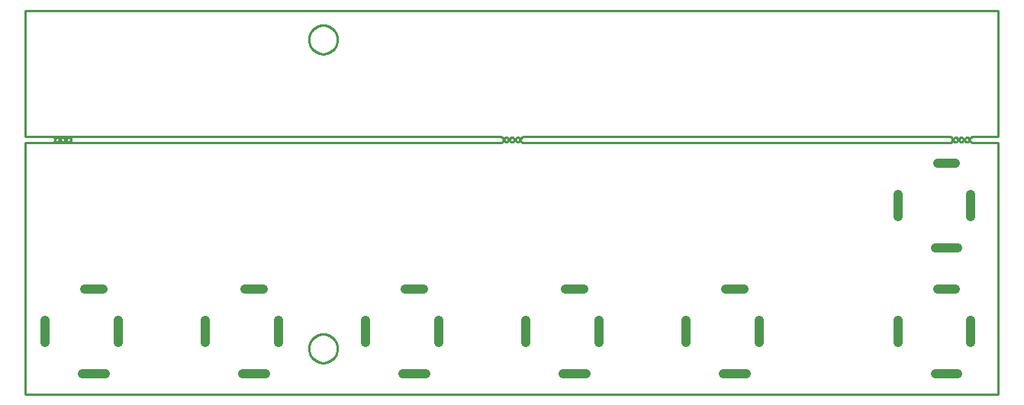
<source format=gko>
G04 EAGLE Gerber RS-274X export*
G75*
%MOMM*%
%FSLAX34Y34*%
%LPD*%
%INBoard Outline*%
%IPPOS*%
%AMOC8*
5,1,8,0,0,1.08239X$1,22.5*%
G01*
%ADD10C,0.000000*%
%ADD11C,1.000000*%
%ADD12C,0.254000*%


D10*
X1079500Y0D02*
X1079500Y279400D01*
X1050925Y279400D01*
X1025525Y279400D02*
X552450Y279400D01*
X527050Y279400D02*
X0Y279400D01*
X0Y0D01*
X1079500Y0D01*
X1079500Y285750D02*
X1050925Y285750D01*
X1025525Y285750D02*
X552450Y285750D01*
X527050Y285750D02*
X53975Y285750D01*
X28575Y285750D01*
X0Y285750D01*
X0Y425450D02*
X1079500Y425450D01*
X0Y425450D02*
X0Y285750D01*
X1079500Y285750D02*
X1079500Y425450D01*
X314325Y393700D02*
X314330Y394090D01*
X314344Y394479D01*
X314368Y394868D01*
X314401Y395256D01*
X314444Y395643D01*
X314497Y396029D01*
X314559Y396414D01*
X314630Y396797D01*
X314711Y397178D01*
X314801Y397557D01*
X314900Y397934D01*
X315009Y398308D01*
X315126Y398680D01*
X315253Y399048D01*
X315389Y399413D01*
X315533Y399775D01*
X315687Y400133D01*
X315849Y400487D01*
X316020Y400838D01*
X316199Y401183D01*
X316387Y401525D01*
X316584Y401861D01*
X316788Y402193D01*
X317000Y402520D01*
X317221Y402841D01*
X317449Y403157D01*
X317685Y403467D01*
X317928Y403771D01*
X318179Y404069D01*
X318437Y404361D01*
X318703Y404646D01*
X318975Y404925D01*
X319254Y405197D01*
X319539Y405463D01*
X319831Y405721D01*
X320129Y405972D01*
X320433Y406215D01*
X320743Y406451D01*
X321059Y406679D01*
X321380Y406900D01*
X321707Y407112D01*
X322039Y407316D01*
X322375Y407513D01*
X322717Y407701D01*
X323062Y407880D01*
X323413Y408051D01*
X323767Y408213D01*
X324125Y408367D01*
X324487Y408511D01*
X324852Y408647D01*
X325220Y408774D01*
X325592Y408891D01*
X325966Y409000D01*
X326343Y409099D01*
X326722Y409189D01*
X327103Y409270D01*
X327486Y409341D01*
X327871Y409403D01*
X328257Y409456D01*
X328644Y409499D01*
X329032Y409532D01*
X329421Y409556D01*
X329810Y409570D01*
X330200Y409575D01*
X330590Y409570D01*
X330979Y409556D01*
X331368Y409532D01*
X331756Y409499D01*
X332143Y409456D01*
X332529Y409403D01*
X332914Y409341D01*
X333297Y409270D01*
X333678Y409189D01*
X334057Y409099D01*
X334434Y409000D01*
X334808Y408891D01*
X335180Y408774D01*
X335548Y408647D01*
X335913Y408511D01*
X336275Y408367D01*
X336633Y408213D01*
X336987Y408051D01*
X337338Y407880D01*
X337683Y407701D01*
X338025Y407513D01*
X338361Y407316D01*
X338693Y407112D01*
X339020Y406900D01*
X339341Y406679D01*
X339657Y406451D01*
X339967Y406215D01*
X340271Y405972D01*
X340569Y405721D01*
X340861Y405463D01*
X341146Y405197D01*
X341425Y404925D01*
X341697Y404646D01*
X341963Y404361D01*
X342221Y404069D01*
X342472Y403771D01*
X342715Y403467D01*
X342951Y403157D01*
X343179Y402841D01*
X343400Y402520D01*
X343612Y402193D01*
X343816Y401861D01*
X344013Y401525D01*
X344201Y401183D01*
X344380Y400838D01*
X344551Y400487D01*
X344713Y400133D01*
X344867Y399775D01*
X345011Y399413D01*
X345147Y399048D01*
X345274Y398680D01*
X345391Y398308D01*
X345500Y397934D01*
X345599Y397557D01*
X345689Y397178D01*
X345770Y396797D01*
X345841Y396414D01*
X345903Y396029D01*
X345956Y395643D01*
X345999Y395256D01*
X346032Y394868D01*
X346056Y394479D01*
X346070Y394090D01*
X346075Y393700D01*
X346070Y393310D01*
X346056Y392921D01*
X346032Y392532D01*
X345999Y392144D01*
X345956Y391757D01*
X345903Y391371D01*
X345841Y390986D01*
X345770Y390603D01*
X345689Y390222D01*
X345599Y389843D01*
X345500Y389466D01*
X345391Y389092D01*
X345274Y388720D01*
X345147Y388352D01*
X345011Y387987D01*
X344867Y387625D01*
X344713Y387267D01*
X344551Y386913D01*
X344380Y386562D01*
X344201Y386217D01*
X344013Y385875D01*
X343816Y385539D01*
X343612Y385207D01*
X343400Y384880D01*
X343179Y384559D01*
X342951Y384243D01*
X342715Y383933D01*
X342472Y383629D01*
X342221Y383331D01*
X341963Y383039D01*
X341697Y382754D01*
X341425Y382475D01*
X341146Y382203D01*
X340861Y381937D01*
X340569Y381679D01*
X340271Y381428D01*
X339967Y381185D01*
X339657Y380949D01*
X339341Y380721D01*
X339020Y380500D01*
X338693Y380288D01*
X338361Y380084D01*
X338025Y379887D01*
X337683Y379699D01*
X337338Y379520D01*
X336987Y379349D01*
X336633Y379187D01*
X336275Y379033D01*
X335913Y378889D01*
X335548Y378753D01*
X335180Y378626D01*
X334808Y378509D01*
X334434Y378400D01*
X334057Y378301D01*
X333678Y378211D01*
X333297Y378130D01*
X332914Y378059D01*
X332529Y377997D01*
X332143Y377944D01*
X331756Y377901D01*
X331368Y377868D01*
X330979Y377844D01*
X330590Y377830D01*
X330200Y377825D01*
X329810Y377830D01*
X329421Y377844D01*
X329032Y377868D01*
X328644Y377901D01*
X328257Y377944D01*
X327871Y377997D01*
X327486Y378059D01*
X327103Y378130D01*
X326722Y378211D01*
X326343Y378301D01*
X325966Y378400D01*
X325592Y378509D01*
X325220Y378626D01*
X324852Y378753D01*
X324487Y378889D01*
X324125Y379033D01*
X323767Y379187D01*
X323413Y379349D01*
X323062Y379520D01*
X322717Y379699D01*
X322375Y379887D01*
X322039Y380084D01*
X321707Y380288D01*
X321380Y380500D01*
X321059Y380721D01*
X320743Y380949D01*
X320433Y381185D01*
X320129Y381428D01*
X319831Y381679D01*
X319539Y381937D01*
X319254Y382203D01*
X318975Y382475D01*
X318703Y382754D01*
X318437Y383039D01*
X318179Y383331D01*
X317928Y383629D01*
X317685Y383933D01*
X317449Y384243D01*
X317221Y384559D01*
X317000Y384880D01*
X316788Y385207D01*
X316584Y385539D01*
X316387Y385875D01*
X316199Y386217D01*
X316020Y386562D01*
X315849Y386913D01*
X315687Y387267D01*
X315533Y387625D01*
X315389Y387987D01*
X315253Y388352D01*
X315126Y388720D01*
X315009Y389092D01*
X314900Y389466D01*
X314801Y389843D01*
X314711Y390222D01*
X314630Y390603D01*
X314559Y390986D01*
X314497Y391371D01*
X314444Y391757D01*
X314401Y392144D01*
X314368Y392532D01*
X314344Y392921D01*
X314330Y393310D01*
X314325Y393700D01*
X314325Y50800D02*
X314330Y51190D01*
X314344Y51579D01*
X314368Y51968D01*
X314401Y52356D01*
X314444Y52743D01*
X314497Y53129D01*
X314559Y53514D01*
X314630Y53897D01*
X314711Y54278D01*
X314801Y54657D01*
X314900Y55034D01*
X315009Y55408D01*
X315126Y55780D01*
X315253Y56148D01*
X315389Y56513D01*
X315533Y56875D01*
X315687Y57233D01*
X315849Y57587D01*
X316020Y57938D01*
X316199Y58283D01*
X316387Y58625D01*
X316584Y58961D01*
X316788Y59293D01*
X317000Y59620D01*
X317221Y59941D01*
X317449Y60257D01*
X317685Y60567D01*
X317928Y60871D01*
X318179Y61169D01*
X318437Y61461D01*
X318703Y61746D01*
X318975Y62025D01*
X319254Y62297D01*
X319539Y62563D01*
X319831Y62821D01*
X320129Y63072D01*
X320433Y63315D01*
X320743Y63551D01*
X321059Y63779D01*
X321380Y64000D01*
X321707Y64212D01*
X322039Y64416D01*
X322375Y64613D01*
X322717Y64801D01*
X323062Y64980D01*
X323413Y65151D01*
X323767Y65313D01*
X324125Y65467D01*
X324487Y65611D01*
X324852Y65747D01*
X325220Y65874D01*
X325592Y65991D01*
X325966Y66100D01*
X326343Y66199D01*
X326722Y66289D01*
X327103Y66370D01*
X327486Y66441D01*
X327871Y66503D01*
X328257Y66556D01*
X328644Y66599D01*
X329032Y66632D01*
X329421Y66656D01*
X329810Y66670D01*
X330200Y66675D01*
X330590Y66670D01*
X330979Y66656D01*
X331368Y66632D01*
X331756Y66599D01*
X332143Y66556D01*
X332529Y66503D01*
X332914Y66441D01*
X333297Y66370D01*
X333678Y66289D01*
X334057Y66199D01*
X334434Y66100D01*
X334808Y65991D01*
X335180Y65874D01*
X335548Y65747D01*
X335913Y65611D01*
X336275Y65467D01*
X336633Y65313D01*
X336987Y65151D01*
X337338Y64980D01*
X337683Y64801D01*
X338025Y64613D01*
X338361Y64416D01*
X338693Y64212D01*
X339020Y64000D01*
X339341Y63779D01*
X339657Y63551D01*
X339967Y63315D01*
X340271Y63072D01*
X340569Y62821D01*
X340861Y62563D01*
X341146Y62297D01*
X341425Y62025D01*
X341697Y61746D01*
X341963Y61461D01*
X342221Y61169D01*
X342472Y60871D01*
X342715Y60567D01*
X342951Y60257D01*
X343179Y59941D01*
X343400Y59620D01*
X343612Y59293D01*
X343816Y58961D01*
X344013Y58625D01*
X344201Y58283D01*
X344380Y57938D01*
X344551Y57587D01*
X344713Y57233D01*
X344867Y56875D01*
X345011Y56513D01*
X345147Y56148D01*
X345274Y55780D01*
X345391Y55408D01*
X345500Y55034D01*
X345599Y54657D01*
X345689Y54278D01*
X345770Y53897D01*
X345841Y53514D01*
X345903Y53129D01*
X345956Y52743D01*
X345999Y52356D01*
X346032Y51968D01*
X346056Y51579D01*
X346070Y51190D01*
X346075Y50800D01*
X346070Y50410D01*
X346056Y50021D01*
X346032Y49632D01*
X345999Y49244D01*
X345956Y48857D01*
X345903Y48471D01*
X345841Y48086D01*
X345770Y47703D01*
X345689Y47322D01*
X345599Y46943D01*
X345500Y46566D01*
X345391Y46192D01*
X345274Y45820D01*
X345147Y45452D01*
X345011Y45087D01*
X344867Y44725D01*
X344713Y44367D01*
X344551Y44013D01*
X344380Y43662D01*
X344201Y43317D01*
X344013Y42975D01*
X343816Y42639D01*
X343612Y42307D01*
X343400Y41980D01*
X343179Y41659D01*
X342951Y41343D01*
X342715Y41033D01*
X342472Y40729D01*
X342221Y40431D01*
X341963Y40139D01*
X341697Y39854D01*
X341425Y39575D01*
X341146Y39303D01*
X340861Y39037D01*
X340569Y38779D01*
X340271Y38528D01*
X339967Y38285D01*
X339657Y38049D01*
X339341Y37821D01*
X339020Y37600D01*
X338693Y37388D01*
X338361Y37184D01*
X338025Y36987D01*
X337683Y36799D01*
X337338Y36620D01*
X336987Y36449D01*
X336633Y36287D01*
X336275Y36133D01*
X335913Y35989D01*
X335548Y35853D01*
X335180Y35726D01*
X334808Y35609D01*
X334434Y35500D01*
X334057Y35401D01*
X333678Y35311D01*
X333297Y35230D01*
X332914Y35159D01*
X332529Y35097D01*
X332143Y35044D01*
X331756Y35001D01*
X331368Y34968D01*
X330979Y34944D01*
X330590Y34930D01*
X330200Y34925D01*
X329810Y34930D01*
X329421Y34944D01*
X329032Y34968D01*
X328644Y35001D01*
X328257Y35044D01*
X327871Y35097D01*
X327486Y35159D01*
X327103Y35230D01*
X326722Y35311D01*
X326343Y35401D01*
X325966Y35500D01*
X325592Y35609D01*
X325220Y35726D01*
X324852Y35853D01*
X324487Y35989D01*
X324125Y36133D01*
X323767Y36287D01*
X323413Y36449D01*
X323062Y36620D01*
X322717Y36799D01*
X322375Y36987D01*
X322039Y37184D01*
X321707Y37388D01*
X321380Y37600D01*
X321059Y37821D01*
X320743Y38049D01*
X320433Y38285D01*
X320129Y38528D01*
X319831Y38779D01*
X319539Y39037D01*
X319254Y39303D01*
X318975Y39575D01*
X318703Y39854D01*
X318437Y40139D01*
X318179Y40431D01*
X317928Y40729D01*
X317685Y41033D01*
X317449Y41343D01*
X317221Y41659D01*
X317000Y41980D01*
X316788Y42307D01*
X316584Y42639D01*
X316387Y42975D01*
X316199Y43317D01*
X316020Y43662D01*
X315849Y44013D01*
X315687Y44367D01*
X315533Y44725D01*
X315389Y45087D01*
X315253Y45452D01*
X315126Y45820D01*
X315009Y46192D01*
X314900Y46566D01*
X314801Y46943D01*
X314711Y47322D01*
X314630Y47703D01*
X314559Y48086D01*
X314497Y48471D01*
X314444Y48857D01*
X314401Y49244D01*
X314368Y49632D01*
X314344Y50021D01*
X314330Y50410D01*
X314325Y50800D01*
X32425Y282575D02*
X32427Y282674D01*
X32433Y282774D01*
X32443Y282873D01*
X32457Y282971D01*
X32474Y283069D01*
X32496Y283166D01*
X32521Y283262D01*
X32550Y283357D01*
X32583Y283451D01*
X32620Y283543D01*
X32660Y283634D01*
X32704Y283723D01*
X32752Y283811D01*
X32803Y283896D01*
X32857Y283979D01*
X32914Y284061D01*
X32975Y284139D01*
X33039Y284216D01*
X33105Y284289D01*
X33175Y284360D01*
X33247Y284428D01*
X33322Y284494D01*
X33400Y284556D01*
X33480Y284615D01*
X33562Y284671D01*
X33646Y284723D01*
X33733Y284772D01*
X33821Y284818D01*
X33911Y284860D01*
X34003Y284899D01*
X34096Y284934D01*
X34190Y284965D01*
X34286Y284992D01*
X34383Y285015D01*
X34480Y285035D01*
X34578Y285051D01*
X34677Y285063D01*
X34776Y285071D01*
X34875Y285075D01*
X34975Y285075D01*
X35074Y285071D01*
X35173Y285063D01*
X35272Y285051D01*
X35370Y285035D01*
X35467Y285015D01*
X35564Y284992D01*
X35660Y284965D01*
X35754Y284934D01*
X35847Y284899D01*
X35939Y284860D01*
X36029Y284818D01*
X36117Y284772D01*
X36204Y284723D01*
X36288Y284671D01*
X36370Y284615D01*
X36450Y284556D01*
X36528Y284494D01*
X36603Y284428D01*
X36675Y284360D01*
X36745Y284289D01*
X36811Y284216D01*
X36875Y284139D01*
X36936Y284061D01*
X36993Y283979D01*
X37047Y283896D01*
X37098Y283811D01*
X37146Y283723D01*
X37190Y283634D01*
X37230Y283543D01*
X37267Y283451D01*
X37300Y283357D01*
X37329Y283262D01*
X37354Y283166D01*
X37376Y283069D01*
X37393Y282971D01*
X37407Y282873D01*
X37417Y282774D01*
X37423Y282674D01*
X37425Y282575D01*
X37423Y282476D01*
X37417Y282376D01*
X37407Y282277D01*
X37393Y282179D01*
X37376Y282081D01*
X37354Y281984D01*
X37329Y281888D01*
X37300Y281793D01*
X37267Y281699D01*
X37230Y281607D01*
X37190Y281516D01*
X37146Y281427D01*
X37098Y281339D01*
X37047Y281254D01*
X36993Y281171D01*
X36936Y281089D01*
X36875Y281011D01*
X36811Y280934D01*
X36745Y280861D01*
X36675Y280790D01*
X36603Y280722D01*
X36528Y280656D01*
X36450Y280594D01*
X36370Y280535D01*
X36288Y280479D01*
X36204Y280427D01*
X36117Y280378D01*
X36029Y280332D01*
X35939Y280290D01*
X35847Y280251D01*
X35754Y280216D01*
X35660Y280185D01*
X35564Y280158D01*
X35467Y280135D01*
X35370Y280115D01*
X35272Y280099D01*
X35173Y280087D01*
X35074Y280079D01*
X34975Y280075D01*
X34875Y280075D01*
X34776Y280079D01*
X34677Y280087D01*
X34578Y280099D01*
X34480Y280115D01*
X34383Y280135D01*
X34286Y280158D01*
X34190Y280185D01*
X34096Y280216D01*
X34003Y280251D01*
X33911Y280290D01*
X33821Y280332D01*
X33733Y280378D01*
X33646Y280427D01*
X33562Y280479D01*
X33480Y280535D01*
X33400Y280594D01*
X33322Y280656D01*
X33247Y280722D01*
X33175Y280790D01*
X33105Y280861D01*
X33039Y280934D01*
X32975Y281011D01*
X32914Y281089D01*
X32857Y281171D01*
X32803Y281254D01*
X32752Y281339D01*
X32704Y281427D01*
X32660Y281516D01*
X32620Y281607D01*
X32583Y281699D01*
X32550Y281793D01*
X32521Y281888D01*
X32496Y281984D01*
X32474Y282081D01*
X32457Y282179D01*
X32443Y282277D01*
X32433Y282376D01*
X32427Y282476D01*
X32425Y282575D01*
X38775Y282575D02*
X38777Y282674D01*
X38783Y282774D01*
X38793Y282873D01*
X38807Y282971D01*
X38824Y283069D01*
X38846Y283166D01*
X38871Y283262D01*
X38900Y283357D01*
X38933Y283451D01*
X38970Y283543D01*
X39010Y283634D01*
X39054Y283723D01*
X39102Y283811D01*
X39153Y283896D01*
X39207Y283979D01*
X39264Y284061D01*
X39325Y284139D01*
X39389Y284216D01*
X39455Y284289D01*
X39525Y284360D01*
X39597Y284428D01*
X39672Y284494D01*
X39750Y284556D01*
X39830Y284615D01*
X39912Y284671D01*
X39996Y284723D01*
X40083Y284772D01*
X40171Y284818D01*
X40261Y284860D01*
X40353Y284899D01*
X40446Y284934D01*
X40540Y284965D01*
X40636Y284992D01*
X40733Y285015D01*
X40830Y285035D01*
X40928Y285051D01*
X41027Y285063D01*
X41126Y285071D01*
X41225Y285075D01*
X41325Y285075D01*
X41424Y285071D01*
X41523Y285063D01*
X41622Y285051D01*
X41720Y285035D01*
X41817Y285015D01*
X41914Y284992D01*
X42010Y284965D01*
X42104Y284934D01*
X42197Y284899D01*
X42289Y284860D01*
X42379Y284818D01*
X42467Y284772D01*
X42554Y284723D01*
X42638Y284671D01*
X42720Y284615D01*
X42800Y284556D01*
X42878Y284494D01*
X42953Y284428D01*
X43025Y284360D01*
X43095Y284289D01*
X43161Y284216D01*
X43225Y284139D01*
X43286Y284061D01*
X43343Y283979D01*
X43397Y283896D01*
X43448Y283811D01*
X43496Y283723D01*
X43540Y283634D01*
X43580Y283543D01*
X43617Y283451D01*
X43650Y283357D01*
X43679Y283262D01*
X43704Y283166D01*
X43726Y283069D01*
X43743Y282971D01*
X43757Y282873D01*
X43767Y282774D01*
X43773Y282674D01*
X43775Y282575D01*
X43773Y282476D01*
X43767Y282376D01*
X43757Y282277D01*
X43743Y282179D01*
X43726Y282081D01*
X43704Y281984D01*
X43679Y281888D01*
X43650Y281793D01*
X43617Y281699D01*
X43580Y281607D01*
X43540Y281516D01*
X43496Y281427D01*
X43448Y281339D01*
X43397Y281254D01*
X43343Y281171D01*
X43286Y281089D01*
X43225Y281011D01*
X43161Y280934D01*
X43095Y280861D01*
X43025Y280790D01*
X42953Y280722D01*
X42878Y280656D01*
X42800Y280594D01*
X42720Y280535D01*
X42638Y280479D01*
X42554Y280427D01*
X42467Y280378D01*
X42379Y280332D01*
X42289Y280290D01*
X42197Y280251D01*
X42104Y280216D01*
X42010Y280185D01*
X41914Y280158D01*
X41817Y280135D01*
X41720Y280115D01*
X41622Y280099D01*
X41523Y280087D01*
X41424Y280079D01*
X41325Y280075D01*
X41225Y280075D01*
X41126Y280079D01*
X41027Y280087D01*
X40928Y280099D01*
X40830Y280115D01*
X40733Y280135D01*
X40636Y280158D01*
X40540Y280185D01*
X40446Y280216D01*
X40353Y280251D01*
X40261Y280290D01*
X40171Y280332D01*
X40083Y280378D01*
X39996Y280427D01*
X39912Y280479D01*
X39830Y280535D01*
X39750Y280594D01*
X39672Y280656D01*
X39597Y280722D01*
X39525Y280790D01*
X39455Y280861D01*
X39389Y280934D01*
X39325Y281011D01*
X39264Y281089D01*
X39207Y281171D01*
X39153Y281254D01*
X39102Y281339D01*
X39054Y281427D01*
X39010Y281516D01*
X38970Y281607D01*
X38933Y281699D01*
X38900Y281793D01*
X38871Y281888D01*
X38846Y281984D01*
X38824Y282081D01*
X38807Y282179D01*
X38793Y282277D01*
X38783Y282376D01*
X38777Y282476D01*
X38775Y282575D01*
X45125Y282575D02*
X45127Y282674D01*
X45133Y282774D01*
X45143Y282873D01*
X45157Y282971D01*
X45174Y283069D01*
X45196Y283166D01*
X45221Y283262D01*
X45250Y283357D01*
X45283Y283451D01*
X45320Y283543D01*
X45360Y283634D01*
X45404Y283723D01*
X45452Y283811D01*
X45503Y283896D01*
X45557Y283979D01*
X45614Y284061D01*
X45675Y284139D01*
X45739Y284216D01*
X45805Y284289D01*
X45875Y284360D01*
X45947Y284428D01*
X46022Y284494D01*
X46100Y284556D01*
X46180Y284615D01*
X46262Y284671D01*
X46346Y284723D01*
X46433Y284772D01*
X46521Y284818D01*
X46611Y284860D01*
X46703Y284899D01*
X46796Y284934D01*
X46890Y284965D01*
X46986Y284992D01*
X47083Y285015D01*
X47180Y285035D01*
X47278Y285051D01*
X47377Y285063D01*
X47476Y285071D01*
X47575Y285075D01*
X47675Y285075D01*
X47774Y285071D01*
X47873Y285063D01*
X47972Y285051D01*
X48070Y285035D01*
X48167Y285015D01*
X48264Y284992D01*
X48360Y284965D01*
X48454Y284934D01*
X48547Y284899D01*
X48639Y284860D01*
X48729Y284818D01*
X48817Y284772D01*
X48904Y284723D01*
X48988Y284671D01*
X49070Y284615D01*
X49150Y284556D01*
X49228Y284494D01*
X49303Y284428D01*
X49375Y284360D01*
X49445Y284289D01*
X49511Y284216D01*
X49575Y284139D01*
X49636Y284061D01*
X49693Y283979D01*
X49747Y283896D01*
X49798Y283811D01*
X49846Y283723D01*
X49890Y283634D01*
X49930Y283543D01*
X49967Y283451D01*
X50000Y283357D01*
X50029Y283262D01*
X50054Y283166D01*
X50076Y283069D01*
X50093Y282971D01*
X50107Y282873D01*
X50117Y282774D01*
X50123Y282674D01*
X50125Y282575D01*
X50123Y282476D01*
X50117Y282376D01*
X50107Y282277D01*
X50093Y282179D01*
X50076Y282081D01*
X50054Y281984D01*
X50029Y281888D01*
X50000Y281793D01*
X49967Y281699D01*
X49930Y281607D01*
X49890Y281516D01*
X49846Y281427D01*
X49798Y281339D01*
X49747Y281254D01*
X49693Y281171D01*
X49636Y281089D01*
X49575Y281011D01*
X49511Y280934D01*
X49445Y280861D01*
X49375Y280790D01*
X49303Y280722D01*
X49228Y280656D01*
X49150Y280594D01*
X49070Y280535D01*
X48988Y280479D01*
X48904Y280427D01*
X48817Y280378D01*
X48729Y280332D01*
X48639Y280290D01*
X48547Y280251D01*
X48454Y280216D01*
X48360Y280185D01*
X48264Y280158D01*
X48167Y280135D01*
X48070Y280115D01*
X47972Y280099D01*
X47873Y280087D01*
X47774Y280079D01*
X47675Y280075D01*
X47575Y280075D01*
X47476Y280079D01*
X47377Y280087D01*
X47278Y280099D01*
X47180Y280115D01*
X47083Y280135D01*
X46986Y280158D01*
X46890Y280185D01*
X46796Y280216D01*
X46703Y280251D01*
X46611Y280290D01*
X46521Y280332D01*
X46433Y280378D01*
X46346Y280427D01*
X46262Y280479D01*
X46180Y280535D01*
X46100Y280594D01*
X46022Y280656D01*
X45947Y280722D01*
X45875Y280790D01*
X45805Y280861D01*
X45739Y280934D01*
X45675Y281011D01*
X45614Y281089D01*
X45557Y281171D01*
X45503Y281254D01*
X45452Y281339D01*
X45404Y281427D01*
X45360Y281516D01*
X45320Y281607D01*
X45283Y281699D01*
X45250Y281793D01*
X45221Y281888D01*
X45196Y281984D01*
X45174Y282081D01*
X45157Y282179D01*
X45143Y282277D01*
X45133Y282376D01*
X45127Y282476D01*
X45125Y282575D01*
X31750Y282575D02*
X31748Y282686D01*
X31742Y282796D01*
X31733Y282907D01*
X31719Y283017D01*
X31702Y283126D01*
X31681Y283235D01*
X31656Y283343D01*
X31627Y283450D01*
X31595Y283556D01*
X31559Y283661D01*
X31519Y283764D01*
X31476Y283866D01*
X31429Y283967D01*
X31378Y284066D01*
X31325Y284163D01*
X31268Y284257D01*
X31207Y284350D01*
X31144Y284441D01*
X31077Y284530D01*
X31007Y284616D01*
X30934Y284699D01*
X30859Y284781D01*
X30781Y284859D01*
X30699Y284934D01*
X30616Y285007D01*
X30530Y285077D01*
X30441Y285144D01*
X30350Y285207D01*
X30257Y285268D01*
X30163Y285325D01*
X30066Y285378D01*
X29967Y285429D01*
X29866Y285476D01*
X29764Y285519D01*
X29661Y285559D01*
X29556Y285595D01*
X29450Y285627D01*
X29343Y285656D01*
X29235Y285681D01*
X29126Y285702D01*
X29017Y285719D01*
X28907Y285733D01*
X28796Y285742D01*
X28686Y285748D01*
X28575Y285750D01*
X28575Y279400D02*
X25400Y279400D01*
X28575Y279400D02*
X28686Y279402D01*
X28796Y279408D01*
X28907Y279417D01*
X29017Y279431D01*
X29126Y279448D01*
X29235Y279469D01*
X29343Y279494D01*
X29450Y279523D01*
X29556Y279555D01*
X29661Y279591D01*
X29764Y279631D01*
X29866Y279674D01*
X29967Y279721D01*
X30066Y279772D01*
X30162Y279825D01*
X30257Y279882D01*
X30350Y279943D01*
X30441Y280006D01*
X30530Y280073D01*
X30616Y280143D01*
X30699Y280216D01*
X30781Y280291D01*
X30859Y280369D01*
X30934Y280451D01*
X31007Y280534D01*
X31077Y280620D01*
X31144Y280709D01*
X31207Y280800D01*
X31268Y280893D01*
X31325Y280987D01*
X31378Y281084D01*
X31429Y281183D01*
X31476Y281284D01*
X31519Y281386D01*
X31559Y281489D01*
X31595Y281594D01*
X31627Y281700D01*
X31656Y281807D01*
X31681Y281915D01*
X31702Y282024D01*
X31719Y282133D01*
X31733Y282243D01*
X31742Y282354D01*
X31748Y282464D01*
X31750Y282575D01*
X50800Y282575D02*
X50802Y282686D01*
X50808Y282796D01*
X50817Y282907D01*
X50831Y283017D01*
X50848Y283126D01*
X50869Y283235D01*
X50894Y283343D01*
X50923Y283450D01*
X50955Y283556D01*
X50991Y283661D01*
X51031Y283764D01*
X51074Y283866D01*
X51121Y283967D01*
X51172Y284066D01*
X51225Y284163D01*
X51282Y284257D01*
X51343Y284350D01*
X51406Y284441D01*
X51473Y284530D01*
X51543Y284616D01*
X51616Y284699D01*
X51691Y284781D01*
X51769Y284859D01*
X51851Y284934D01*
X51934Y285007D01*
X52020Y285077D01*
X52109Y285144D01*
X52200Y285207D01*
X52293Y285268D01*
X52388Y285325D01*
X52484Y285378D01*
X52583Y285429D01*
X52684Y285476D01*
X52786Y285519D01*
X52889Y285559D01*
X52994Y285595D01*
X53100Y285627D01*
X53207Y285656D01*
X53315Y285681D01*
X53424Y285702D01*
X53533Y285719D01*
X53643Y285733D01*
X53754Y285742D01*
X53864Y285748D01*
X53975Y285750D01*
X53975Y279400D02*
X57150Y279400D01*
X53975Y279400D02*
X53864Y279402D01*
X53754Y279408D01*
X53643Y279417D01*
X53533Y279431D01*
X53424Y279448D01*
X53315Y279469D01*
X53207Y279494D01*
X53100Y279523D01*
X52994Y279555D01*
X52889Y279591D01*
X52786Y279631D01*
X52684Y279674D01*
X52583Y279721D01*
X52484Y279772D01*
X52387Y279825D01*
X52293Y279882D01*
X52200Y279943D01*
X52109Y280006D01*
X52020Y280073D01*
X51934Y280143D01*
X51851Y280216D01*
X51769Y280291D01*
X51691Y280369D01*
X51616Y280451D01*
X51543Y280534D01*
X51473Y280620D01*
X51406Y280709D01*
X51343Y280800D01*
X51282Y280893D01*
X51225Y280988D01*
X51172Y281084D01*
X51121Y281183D01*
X51074Y281284D01*
X51031Y281386D01*
X50991Y281489D01*
X50955Y281594D01*
X50923Y281700D01*
X50894Y281807D01*
X50869Y281915D01*
X50848Y282024D01*
X50831Y282133D01*
X50817Y282243D01*
X50808Y282354D01*
X50802Y282464D01*
X50800Y282575D01*
X1042075Y282575D02*
X1042077Y282674D01*
X1042083Y282774D01*
X1042093Y282873D01*
X1042107Y282971D01*
X1042124Y283069D01*
X1042146Y283166D01*
X1042171Y283262D01*
X1042200Y283357D01*
X1042233Y283451D01*
X1042270Y283543D01*
X1042310Y283634D01*
X1042354Y283723D01*
X1042402Y283811D01*
X1042453Y283896D01*
X1042507Y283979D01*
X1042564Y284061D01*
X1042625Y284139D01*
X1042689Y284216D01*
X1042755Y284289D01*
X1042825Y284360D01*
X1042897Y284428D01*
X1042972Y284494D01*
X1043050Y284556D01*
X1043130Y284615D01*
X1043212Y284671D01*
X1043296Y284723D01*
X1043383Y284772D01*
X1043471Y284818D01*
X1043561Y284860D01*
X1043653Y284899D01*
X1043746Y284934D01*
X1043840Y284965D01*
X1043936Y284992D01*
X1044033Y285015D01*
X1044130Y285035D01*
X1044228Y285051D01*
X1044327Y285063D01*
X1044426Y285071D01*
X1044525Y285075D01*
X1044625Y285075D01*
X1044724Y285071D01*
X1044823Y285063D01*
X1044922Y285051D01*
X1045020Y285035D01*
X1045117Y285015D01*
X1045214Y284992D01*
X1045310Y284965D01*
X1045404Y284934D01*
X1045497Y284899D01*
X1045589Y284860D01*
X1045679Y284818D01*
X1045767Y284772D01*
X1045854Y284723D01*
X1045938Y284671D01*
X1046020Y284615D01*
X1046100Y284556D01*
X1046178Y284494D01*
X1046253Y284428D01*
X1046325Y284360D01*
X1046395Y284289D01*
X1046461Y284216D01*
X1046525Y284139D01*
X1046586Y284061D01*
X1046643Y283979D01*
X1046697Y283896D01*
X1046748Y283811D01*
X1046796Y283723D01*
X1046840Y283634D01*
X1046880Y283543D01*
X1046917Y283451D01*
X1046950Y283357D01*
X1046979Y283262D01*
X1047004Y283166D01*
X1047026Y283069D01*
X1047043Y282971D01*
X1047057Y282873D01*
X1047067Y282774D01*
X1047073Y282674D01*
X1047075Y282575D01*
X1047073Y282476D01*
X1047067Y282376D01*
X1047057Y282277D01*
X1047043Y282179D01*
X1047026Y282081D01*
X1047004Y281984D01*
X1046979Y281888D01*
X1046950Y281793D01*
X1046917Y281699D01*
X1046880Y281607D01*
X1046840Y281516D01*
X1046796Y281427D01*
X1046748Y281339D01*
X1046697Y281254D01*
X1046643Y281171D01*
X1046586Y281089D01*
X1046525Y281011D01*
X1046461Y280934D01*
X1046395Y280861D01*
X1046325Y280790D01*
X1046253Y280722D01*
X1046178Y280656D01*
X1046100Y280594D01*
X1046020Y280535D01*
X1045938Y280479D01*
X1045854Y280427D01*
X1045767Y280378D01*
X1045679Y280332D01*
X1045589Y280290D01*
X1045497Y280251D01*
X1045404Y280216D01*
X1045310Y280185D01*
X1045214Y280158D01*
X1045117Y280135D01*
X1045020Y280115D01*
X1044922Y280099D01*
X1044823Y280087D01*
X1044724Y280079D01*
X1044625Y280075D01*
X1044525Y280075D01*
X1044426Y280079D01*
X1044327Y280087D01*
X1044228Y280099D01*
X1044130Y280115D01*
X1044033Y280135D01*
X1043936Y280158D01*
X1043840Y280185D01*
X1043746Y280216D01*
X1043653Y280251D01*
X1043561Y280290D01*
X1043471Y280332D01*
X1043383Y280378D01*
X1043296Y280427D01*
X1043212Y280479D01*
X1043130Y280535D01*
X1043050Y280594D01*
X1042972Y280656D01*
X1042897Y280722D01*
X1042825Y280790D01*
X1042755Y280861D01*
X1042689Y280934D01*
X1042625Y281011D01*
X1042564Y281089D01*
X1042507Y281171D01*
X1042453Y281254D01*
X1042402Y281339D01*
X1042354Y281427D01*
X1042310Y281516D01*
X1042270Y281607D01*
X1042233Y281699D01*
X1042200Y281793D01*
X1042171Y281888D01*
X1042146Y281984D01*
X1042124Y282081D01*
X1042107Y282179D01*
X1042093Y282277D01*
X1042083Y282376D01*
X1042077Y282476D01*
X1042075Y282575D01*
X1035725Y282575D02*
X1035727Y282674D01*
X1035733Y282774D01*
X1035743Y282873D01*
X1035757Y282971D01*
X1035774Y283069D01*
X1035796Y283166D01*
X1035821Y283262D01*
X1035850Y283357D01*
X1035883Y283451D01*
X1035920Y283543D01*
X1035960Y283634D01*
X1036004Y283723D01*
X1036052Y283811D01*
X1036103Y283896D01*
X1036157Y283979D01*
X1036214Y284061D01*
X1036275Y284139D01*
X1036339Y284216D01*
X1036405Y284289D01*
X1036475Y284360D01*
X1036547Y284428D01*
X1036622Y284494D01*
X1036700Y284556D01*
X1036780Y284615D01*
X1036862Y284671D01*
X1036946Y284723D01*
X1037033Y284772D01*
X1037121Y284818D01*
X1037211Y284860D01*
X1037303Y284899D01*
X1037396Y284934D01*
X1037490Y284965D01*
X1037586Y284992D01*
X1037683Y285015D01*
X1037780Y285035D01*
X1037878Y285051D01*
X1037977Y285063D01*
X1038076Y285071D01*
X1038175Y285075D01*
X1038275Y285075D01*
X1038374Y285071D01*
X1038473Y285063D01*
X1038572Y285051D01*
X1038670Y285035D01*
X1038767Y285015D01*
X1038864Y284992D01*
X1038960Y284965D01*
X1039054Y284934D01*
X1039147Y284899D01*
X1039239Y284860D01*
X1039329Y284818D01*
X1039417Y284772D01*
X1039504Y284723D01*
X1039588Y284671D01*
X1039670Y284615D01*
X1039750Y284556D01*
X1039828Y284494D01*
X1039903Y284428D01*
X1039975Y284360D01*
X1040045Y284289D01*
X1040111Y284216D01*
X1040175Y284139D01*
X1040236Y284061D01*
X1040293Y283979D01*
X1040347Y283896D01*
X1040398Y283811D01*
X1040446Y283723D01*
X1040490Y283634D01*
X1040530Y283543D01*
X1040567Y283451D01*
X1040600Y283357D01*
X1040629Y283262D01*
X1040654Y283166D01*
X1040676Y283069D01*
X1040693Y282971D01*
X1040707Y282873D01*
X1040717Y282774D01*
X1040723Y282674D01*
X1040725Y282575D01*
X1040723Y282476D01*
X1040717Y282376D01*
X1040707Y282277D01*
X1040693Y282179D01*
X1040676Y282081D01*
X1040654Y281984D01*
X1040629Y281888D01*
X1040600Y281793D01*
X1040567Y281699D01*
X1040530Y281607D01*
X1040490Y281516D01*
X1040446Y281427D01*
X1040398Y281339D01*
X1040347Y281254D01*
X1040293Y281171D01*
X1040236Y281089D01*
X1040175Y281011D01*
X1040111Y280934D01*
X1040045Y280861D01*
X1039975Y280790D01*
X1039903Y280722D01*
X1039828Y280656D01*
X1039750Y280594D01*
X1039670Y280535D01*
X1039588Y280479D01*
X1039504Y280427D01*
X1039417Y280378D01*
X1039329Y280332D01*
X1039239Y280290D01*
X1039147Y280251D01*
X1039054Y280216D01*
X1038960Y280185D01*
X1038864Y280158D01*
X1038767Y280135D01*
X1038670Y280115D01*
X1038572Y280099D01*
X1038473Y280087D01*
X1038374Y280079D01*
X1038275Y280075D01*
X1038175Y280075D01*
X1038076Y280079D01*
X1037977Y280087D01*
X1037878Y280099D01*
X1037780Y280115D01*
X1037683Y280135D01*
X1037586Y280158D01*
X1037490Y280185D01*
X1037396Y280216D01*
X1037303Y280251D01*
X1037211Y280290D01*
X1037121Y280332D01*
X1037033Y280378D01*
X1036946Y280427D01*
X1036862Y280479D01*
X1036780Y280535D01*
X1036700Y280594D01*
X1036622Y280656D01*
X1036547Y280722D01*
X1036475Y280790D01*
X1036405Y280861D01*
X1036339Y280934D01*
X1036275Y281011D01*
X1036214Y281089D01*
X1036157Y281171D01*
X1036103Y281254D01*
X1036052Y281339D01*
X1036004Y281427D01*
X1035960Y281516D01*
X1035920Y281607D01*
X1035883Y281699D01*
X1035850Y281793D01*
X1035821Y281888D01*
X1035796Y281984D01*
X1035774Y282081D01*
X1035757Y282179D01*
X1035743Y282277D01*
X1035733Y282376D01*
X1035727Y282476D01*
X1035725Y282575D01*
X1029375Y282575D02*
X1029377Y282674D01*
X1029383Y282774D01*
X1029393Y282873D01*
X1029407Y282971D01*
X1029424Y283069D01*
X1029446Y283166D01*
X1029471Y283262D01*
X1029500Y283357D01*
X1029533Y283451D01*
X1029570Y283543D01*
X1029610Y283634D01*
X1029654Y283723D01*
X1029702Y283811D01*
X1029753Y283896D01*
X1029807Y283979D01*
X1029864Y284061D01*
X1029925Y284139D01*
X1029989Y284216D01*
X1030055Y284289D01*
X1030125Y284360D01*
X1030197Y284428D01*
X1030272Y284494D01*
X1030350Y284556D01*
X1030430Y284615D01*
X1030512Y284671D01*
X1030596Y284723D01*
X1030683Y284772D01*
X1030771Y284818D01*
X1030861Y284860D01*
X1030953Y284899D01*
X1031046Y284934D01*
X1031140Y284965D01*
X1031236Y284992D01*
X1031333Y285015D01*
X1031430Y285035D01*
X1031528Y285051D01*
X1031627Y285063D01*
X1031726Y285071D01*
X1031825Y285075D01*
X1031925Y285075D01*
X1032024Y285071D01*
X1032123Y285063D01*
X1032222Y285051D01*
X1032320Y285035D01*
X1032417Y285015D01*
X1032514Y284992D01*
X1032610Y284965D01*
X1032704Y284934D01*
X1032797Y284899D01*
X1032889Y284860D01*
X1032979Y284818D01*
X1033067Y284772D01*
X1033154Y284723D01*
X1033238Y284671D01*
X1033320Y284615D01*
X1033400Y284556D01*
X1033478Y284494D01*
X1033553Y284428D01*
X1033625Y284360D01*
X1033695Y284289D01*
X1033761Y284216D01*
X1033825Y284139D01*
X1033886Y284061D01*
X1033943Y283979D01*
X1033997Y283896D01*
X1034048Y283811D01*
X1034096Y283723D01*
X1034140Y283634D01*
X1034180Y283543D01*
X1034217Y283451D01*
X1034250Y283357D01*
X1034279Y283262D01*
X1034304Y283166D01*
X1034326Y283069D01*
X1034343Y282971D01*
X1034357Y282873D01*
X1034367Y282774D01*
X1034373Y282674D01*
X1034375Y282575D01*
X1034373Y282476D01*
X1034367Y282376D01*
X1034357Y282277D01*
X1034343Y282179D01*
X1034326Y282081D01*
X1034304Y281984D01*
X1034279Y281888D01*
X1034250Y281793D01*
X1034217Y281699D01*
X1034180Y281607D01*
X1034140Y281516D01*
X1034096Y281427D01*
X1034048Y281339D01*
X1033997Y281254D01*
X1033943Y281171D01*
X1033886Y281089D01*
X1033825Y281011D01*
X1033761Y280934D01*
X1033695Y280861D01*
X1033625Y280790D01*
X1033553Y280722D01*
X1033478Y280656D01*
X1033400Y280594D01*
X1033320Y280535D01*
X1033238Y280479D01*
X1033154Y280427D01*
X1033067Y280378D01*
X1032979Y280332D01*
X1032889Y280290D01*
X1032797Y280251D01*
X1032704Y280216D01*
X1032610Y280185D01*
X1032514Y280158D01*
X1032417Y280135D01*
X1032320Y280115D01*
X1032222Y280099D01*
X1032123Y280087D01*
X1032024Y280079D01*
X1031925Y280075D01*
X1031825Y280075D01*
X1031726Y280079D01*
X1031627Y280087D01*
X1031528Y280099D01*
X1031430Y280115D01*
X1031333Y280135D01*
X1031236Y280158D01*
X1031140Y280185D01*
X1031046Y280216D01*
X1030953Y280251D01*
X1030861Y280290D01*
X1030771Y280332D01*
X1030683Y280378D01*
X1030596Y280427D01*
X1030512Y280479D01*
X1030430Y280535D01*
X1030350Y280594D01*
X1030272Y280656D01*
X1030197Y280722D01*
X1030125Y280790D01*
X1030055Y280861D01*
X1029989Y280934D01*
X1029925Y281011D01*
X1029864Y281089D01*
X1029807Y281171D01*
X1029753Y281254D01*
X1029702Y281339D01*
X1029654Y281427D01*
X1029610Y281516D01*
X1029570Y281607D01*
X1029533Y281699D01*
X1029500Y281793D01*
X1029471Y281888D01*
X1029446Y281984D01*
X1029424Y282081D01*
X1029407Y282179D01*
X1029393Y282277D01*
X1029383Y282376D01*
X1029377Y282476D01*
X1029375Y282575D01*
X1028700Y282575D02*
X1028698Y282686D01*
X1028692Y282796D01*
X1028683Y282907D01*
X1028669Y283017D01*
X1028652Y283126D01*
X1028631Y283235D01*
X1028606Y283343D01*
X1028577Y283450D01*
X1028545Y283556D01*
X1028509Y283661D01*
X1028469Y283764D01*
X1028426Y283866D01*
X1028379Y283967D01*
X1028328Y284066D01*
X1028275Y284163D01*
X1028218Y284257D01*
X1028157Y284350D01*
X1028094Y284441D01*
X1028027Y284530D01*
X1027957Y284616D01*
X1027884Y284699D01*
X1027809Y284781D01*
X1027731Y284859D01*
X1027649Y284934D01*
X1027566Y285007D01*
X1027480Y285077D01*
X1027391Y285144D01*
X1027300Y285207D01*
X1027207Y285268D01*
X1027113Y285325D01*
X1027016Y285378D01*
X1026917Y285429D01*
X1026816Y285476D01*
X1026714Y285519D01*
X1026611Y285559D01*
X1026506Y285595D01*
X1026400Y285627D01*
X1026293Y285656D01*
X1026185Y285681D01*
X1026076Y285702D01*
X1025967Y285719D01*
X1025857Y285733D01*
X1025746Y285742D01*
X1025636Y285748D01*
X1025525Y285750D01*
X1047750Y282575D02*
X1047752Y282686D01*
X1047758Y282796D01*
X1047767Y282907D01*
X1047781Y283017D01*
X1047798Y283126D01*
X1047819Y283235D01*
X1047844Y283343D01*
X1047873Y283450D01*
X1047905Y283556D01*
X1047941Y283661D01*
X1047981Y283764D01*
X1048024Y283866D01*
X1048071Y283967D01*
X1048122Y284066D01*
X1048175Y284163D01*
X1048232Y284257D01*
X1048293Y284350D01*
X1048356Y284441D01*
X1048423Y284530D01*
X1048493Y284616D01*
X1048566Y284699D01*
X1048641Y284781D01*
X1048719Y284859D01*
X1048801Y284934D01*
X1048884Y285007D01*
X1048970Y285077D01*
X1049059Y285144D01*
X1049150Y285207D01*
X1049243Y285268D01*
X1049338Y285325D01*
X1049434Y285378D01*
X1049533Y285429D01*
X1049634Y285476D01*
X1049736Y285519D01*
X1049839Y285559D01*
X1049944Y285595D01*
X1050050Y285627D01*
X1050157Y285656D01*
X1050265Y285681D01*
X1050374Y285702D01*
X1050483Y285719D01*
X1050593Y285733D01*
X1050704Y285742D01*
X1050814Y285748D01*
X1050925Y285750D01*
X1028700Y282575D02*
X1028698Y282464D01*
X1028692Y282354D01*
X1028683Y282243D01*
X1028669Y282133D01*
X1028652Y282024D01*
X1028631Y281915D01*
X1028606Y281807D01*
X1028577Y281700D01*
X1028545Y281594D01*
X1028509Y281489D01*
X1028469Y281386D01*
X1028426Y281284D01*
X1028379Y281183D01*
X1028328Y281084D01*
X1028275Y280987D01*
X1028218Y280893D01*
X1028157Y280800D01*
X1028094Y280709D01*
X1028027Y280620D01*
X1027957Y280534D01*
X1027884Y280451D01*
X1027809Y280369D01*
X1027731Y280291D01*
X1027649Y280216D01*
X1027566Y280143D01*
X1027480Y280073D01*
X1027391Y280006D01*
X1027300Y279943D01*
X1027207Y279882D01*
X1027113Y279825D01*
X1027016Y279772D01*
X1026917Y279721D01*
X1026816Y279674D01*
X1026714Y279631D01*
X1026611Y279591D01*
X1026506Y279555D01*
X1026400Y279523D01*
X1026293Y279494D01*
X1026185Y279469D01*
X1026076Y279448D01*
X1025967Y279431D01*
X1025857Y279417D01*
X1025746Y279408D01*
X1025636Y279402D01*
X1025525Y279400D01*
X1047750Y282575D02*
X1047752Y282464D01*
X1047758Y282354D01*
X1047767Y282243D01*
X1047781Y282133D01*
X1047798Y282024D01*
X1047819Y281915D01*
X1047844Y281807D01*
X1047873Y281700D01*
X1047905Y281594D01*
X1047941Y281489D01*
X1047981Y281386D01*
X1048024Y281284D01*
X1048071Y281183D01*
X1048122Y281084D01*
X1048175Y280988D01*
X1048232Y280893D01*
X1048293Y280800D01*
X1048356Y280709D01*
X1048423Y280620D01*
X1048493Y280534D01*
X1048566Y280451D01*
X1048641Y280369D01*
X1048719Y280291D01*
X1048801Y280216D01*
X1048884Y280143D01*
X1048970Y280073D01*
X1049059Y280006D01*
X1049150Y279943D01*
X1049243Y279882D01*
X1049338Y279825D01*
X1049434Y279772D01*
X1049533Y279721D01*
X1049634Y279674D01*
X1049736Y279631D01*
X1049839Y279591D01*
X1049944Y279555D01*
X1050050Y279523D01*
X1050157Y279494D01*
X1050265Y279469D01*
X1050374Y279448D01*
X1050483Y279431D01*
X1050593Y279417D01*
X1050704Y279408D01*
X1050814Y279402D01*
X1050925Y279400D01*
X537250Y282575D02*
X537252Y282674D01*
X537258Y282774D01*
X537268Y282873D01*
X537282Y282971D01*
X537299Y283069D01*
X537321Y283166D01*
X537346Y283262D01*
X537375Y283357D01*
X537408Y283451D01*
X537445Y283543D01*
X537485Y283634D01*
X537529Y283723D01*
X537577Y283811D01*
X537628Y283896D01*
X537682Y283979D01*
X537739Y284061D01*
X537800Y284139D01*
X537864Y284216D01*
X537930Y284289D01*
X538000Y284360D01*
X538072Y284428D01*
X538147Y284494D01*
X538225Y284556D01*
X538305Y284615D01*
X538387Y284671D01*
X538471Y284723D01*
X538558Y284772D01*
X538646Y284818D01*
X538736Y284860D01*
X538828Y284899D01*
X538921Y284934D01*
X539015Y284965D01*
X539111Y284992D01*
X539208Y285015D01*
X539305Y285035D01*
X539403Y285051D01*
X539502Y285063D01*
X539601Y285071D01*
X539700Y285075D01*
X539800Y285075D01*
X539899Y285071D01*
X539998Y285063D01*
X540097Y285051D01*
X540195Y285035D01*
X540292Y285015D01*
X540389Y284992D01*
X540485Y284965D01*
X540579Y284934D01*
X540672Y284899D01*
X540764Y284860D01*
X540854Y284818D01*
X540942Y284772D01*
X541029Y284723D01*
X541113Y284671D01*
X541195Y284615D01*
X541275Y284556D01*
X541353Y284494D01*
X541428Y284428D01*
X541500Y284360D01*
X541570Y284289D01*
X541636Y284216D01*
X541700Y284139D01*
X541761Y284061D01*
X541818Y283979D01*
X541872Y283896D01*
X541923Y283811D01*
X541971Y283723D01*
X542015Y283634D01*
X542055Y283543D01*
X542092Y283451D01*
X542125Y283357D01*
X542154Y283262D01*
X542179Y283166D01*
X542201Y283069D01*
X542218Y282971D01*
X542232Y282873D01*
X542242Y282774D01*
X542248Y282674D01*
X542250Y282575D01*
X542248Y282476D01*
X542242Y282376D01*
X542232Y282277D01*
X542218Y282179D01*
X542201Y282081D01*
X542179Y281984D01*
X542154Y281888D01*
X542125Y281793D01*
X542092Y281699D01*
X542055Y281607D01*
X542015Y281516D01*
X541971Y281427D01*
X541923Y281339D01*
X541872Y281254D01*
X541818Y281171D01*
X541761Y281089D01*
X541700Y281011D01*
X541636Y280934D01*
X541570Y280861D01*
X541500Y280790D01*
X541428Y280722D01*
X541353Y280656D01*
X541275Y280594D01*
X541195Y280535D01*
X541113Y280479D01*
X541029Y280427D01*
X540942Y280378D01*
X540854Y280332D01*
X540764Y280290D01*
X540672Y280251D01*
X540579Y280216D01*
X540485Y280185D01*
X540389Y280158D01*
X540292Y280135D01*
X540195Y280115D01*
X540097Y280099D01*
X539998Y280087D01*
X539899Y280079D01*
X539800Y280075D01*
X539700Y280075D01*
X539601Y280079D01*
X539502Y280087D01*
X539403Y280099D01*
X539305Y280115D01*
X539208Y280135D01*
X539111Y280158D01*
X539015Y280185D01*
X538921Y280216D01*
X538828Y280251D01*
X538736Y280290D01*
X538646Y280332D01*
X538558Y280378D01*
X538471Y280427D01*
X538387Y280479D01*
X538305Y280535D01*
X538225Y280594D01*
X538147Y280656D01*
X538072Y280722D01*
X538000Y280790D01*
X537930Y280861D01*
X537864Y280934D01*
X537800Y281011D01*
X537739Y281089D01*
X537682Y281171D01*
X537628Y281254D01*
X537577Y281339D01*
X537529Y281427D01*
X537485Y281516D01*
X537445Y281607D01*
X537408Y281699D01*
X537375Y281793D01*
X537346Y281888D01*
X537321Y281984D01*
X537299Y282081D01*
X537282Y282179D01*
X537268Y282277D01*
X537258Y282376D01*
X537252Y282476D01*
X537250Y282575D01*
X543600Y282575D02*
X543602Y282674D01*
X543608Y282774D01*
X543618Y282873D01*
X543632Y282971D01*
X543649Y283069D01*
X543671Y283166D01*
X543696Y283262D01*
X543725Y283357D01*
X543758Y283451D01*
X543795Y283543D01*
X543835Y283634D01*
X543879Y283723D01*
X543927Y283811D01*
X543978Y283896D01*
X544032Y283979D01*
X544089Y284061D01*
X544150Y284139D01*
X544214Y284216D01*
X544280Y284289D01*
X544350Y284360D01*
X544422Y284428D01*
X544497Y284494D01*
X544575Y284556D01*
X544655Y284615D01*
X544737Y284671D01*
X544821Y284723D01*
X544908Y284772D01*
X544996Y284818D01*
X545086Y284860D01*
X545178Y284899D01*
X545271Y284934D01*
X545365Y284965D01*
X545461Y284992D01*
X545558Y285015D01*
X545655Y285035D01*
X545753Y285051D01*
X545852Y285063D01*
X545951Y285071D01*
X546050Y285075D01*
X546150Y285075D01*
X546249Y285071D01*
X546348Y285063D01*
X546447Y285051D01*
X546545Y285035D01*
X546642Y285015D01*
X546739Y284992D01*
X546835Y284965D01*
X546929Y284934D01*
X547022Y284899D01*
X547114Y284860D01*
X547204Y284818D01*
X547292Y284772D01*
X547379Y284723D01*
X547463Y284671D01*
X547545Y284615D01*
X547625Y284556D01*
X547703Y284494D01*
X547778Y284428D01*
X547850Y284360D01*
X547920Y284289D01*
X547986Y284216D01*
X548050Y284139D01*
X548111Y284061D01*
X548168Y283979D01*
X548222Y283896D01*
X548273Y283811D01*
X548321Y283723D01*
X548365Y283634D01*
X548405Y283543D01*
X548442Y283451D01*
X548475Y283357D01*
X548504Y283262D01*
X548529Y283166D01*
X548551Y283069D01*
X548568Y282971D01*
X548582Y282873D01*
X548592Y282774D01*
X548598Y282674D01*
X548600Y282575D01*
X548598Y282476D01*
X548592Y282376D01*
X548582Y282277D01*
X548568Y282179D01*
X548551Y282081D01*
X548529Y281984D01*
X548504Y281888D01*
X548475Y281793D01*
X548442Y281699D01*
X548405Y281607D01*
X548365Y281516D01*
X548321Y281427D01*
X548273Y281339D01*
X548222Y281254D01*
X548168Y281171D01*
X548111Y281089D01*
X548050Y281011D01*
X547986Y280934D01*
X547920Y280861D01*
X547850Y280790D01*
X547778Y280722D01*
X547703Y280656D01*
X547625Y280594D01*
X547545Y280535D01*
X547463Y280479D01*
X547379Y280427D01*
X547292Y280378D01*
X547204Y280332D01*
X547114Y280290D01*
X547022Y280251D01*
X546929Y280216D01*
X546835Y280185D01*
X546739Y280158D01*
X546642Y280135D01*
X546545Y280115D01*
X546447Y280099D01*
X546348Y280087D01*
X546249Y280079D01*
X546150Y280075D01*
X546050Y280075D01*
X545951Y280079D01*
X545852Y280087D01*
X545753Y280099D01*
X545655Y280115D01*
X545558Y280135D01*
X545461Y280158D01*
X545365Y280185D01*
X545271Y280216D01*
X545178Y280251D01*
X545086Y280290D01*
X544996Y280332D01*
X544908Y280378D01*
X544821Y280427D01*
X544737Y280479D01*
X544655Y280535D01*
X544575Y280594D01*
X544497Y280656D01*
X544422Y280722D01*
X544350Y280790D01*
X544280Y280861D01*
X544214Y280934D01*
X544150Y281011D01*
X544089Y281089D01*
X544032Y281171D01*
X543978Y281254D01*
X543927Y281339D01*
X543879Y281427D01*
X543835Y281516D01*
X543795Y281607D01*
X543758Y281699D01*
X543725Y281793D01*
X543696Y281888D01*
X543671Y281984D01*
X543649Y282081D01*
X543632Y282179D01*
X543618Y282277D01*
X543608Y282376D01*
X543602Y282476D01*
X543600Y282575D01*
X530900Y282575D02*
X530902Y282674D01*
X530908Y282774D01*
X530918Y282873D01*
X530932Y282971D01*
X530949Y283069D01*
X530971Y283166D01*
X530996Y283262D01*
X531025Y283357D01*
X531058Y283451D01*
X531095Y283543D01*
X531135Y283634D01*
X531179Y283723D01*
X531227Y283811D01*
X531278Y283896D01*
X531332Y283979D01*
X531389Y284061D01*
X531450Y284139D01*
X531514Y284216D01*
X531580Y284289D01*
X531650Y284360D01*
X531722Y284428D01*
X531797Y284494D01*
X531875Y284556D01*
X531955Y284615D01*
X532037Y284671D01*
X532121Y284723D01*
X532208Y284772D01*
X532296Y284818D01*
X532386Y284860D01*
X532478Y284899D01*
X532571Y284934D01*
X532665Y284965D01*
X532761Y284992D01*
X532858Y285015D01*
X532955Y285035D01*
X533053Y285051D01*
X533152Y285063D01*
X533251Y285071D01*
X533350Y285075D01*
X533450Y285075D01*
X533549Y285071D01*
X533648Y285063D01*
X533747Y285051D01*
X533845Y285035D01*
X533942Y285015D01*
X534039Y284992D01*
X534135Y284965D01*
X534229Y284934D01*
X534322Y284899D01*
X534414Y284860D01*
X534504Y284818D01*
X534592Y284772D01*
X534679Y284723D01*
X534763Y284671D01*
X534845Y284615D01*
X534925Y284556D01*
X535003Y284494D01*
X535078Y284428D01*
X535150Y284360D01*
X535220Y284289D01*
X535286Y284216D01*
X535350Y284139D01*
X535411Y284061D01*
X535468Y283979D01*
X535522Y283896D01*
X535573Y283811D01*
X535621Y283723D01*
X535665Y283634D01*
X535705Y283543D01*
X535742Y283451D01*
X535775Y283357D01*
X535804Y283262D01*
X535829Y283166D01*
X535851Y283069D01*
X535868Y282971D01*
X535882Y282873D01*
X535892Y282774D01*
X535898Y282674D01*
X535900Y282575D01*
X535898Y282476D01*
X535892Y282376D01*
X535882Y282277D01*
X535868Y282179D01*
X535851Y282081D01*
X535829Y281984D01*
X535804Y281888D01*
X535775Y281793D01*
X535742Y281699D01*
X535705Y281607D01*
X535665Y281516D01*
X535621Y281427D01*
X535573Y281339D01*
X535522Y281254D01*
X535468Y281171D01*
X535411Y281089D01*
X535350Y281011D01*
X535286Y280934D01*
X535220Y280861D01*
X535150Y280790D01*
X535078Y280722D01*
X535003Y280656D01*
X534925Y280594D01*
X534845Y280535D01*
X534763Y280479D01*
X534679Y280427D01*
X534592Y280378D01*
X534504Y280332D01*
X534414Y280290D01*
X534322Y280251D01*
X534229Y280216D01*
X534135Y280185D01*
X534039Y280158D01*
X533942Y280135D01*
X533845Y280115D01*
X533747Y280099D01*
X533648Y280087D01*
X533549Y280079D01*
X533450Y280075D01*
X533350Y280075D01*
X533251Y280079D01*
X533152Y280087D01*
X533053Y280099D01*
X532955Y280115D01*
X532858Y280135D01*
X532761Y280158D01*
X532665Y280185D01*
X532571Y280216D01*
X532478Y280251D01*
X532386Y280290D01*
X532296Y280332D01*
X532208Y280378D01*
X532121Y280427D01*
X532037Y280479D01*
X531955Y280535D01*
X531875Y280594D01*
X531797Y280656D01*
X531722Y280722D01*
X531650Y280790D01*
X531580Y280861D01*
X531514Y280934D01*
X531450Y281011D01*
X531389Y281089D01*
X531332Y281171D01*
X531278Y281254D01*
X531227Y281339D01*
X531179Y281427D01*
X531135Y281516D01*
X531095Y281607D01*
X531058Y281699D01*
X531025Y281793D01*
X530996Y281888D01*
X530971Y281984D01*
X530949Y282081D01*
X530932Y282179D01*
X530918Y282277D01*
X530908Y282376D01*
X530902Y282476D01*
X530900Y282575D01*
X530225Y282575D02*
X530223Y282686D01*
X530217Y282796D01*
X530208Y282907D01*
X530194Y283017D01*
X530177Y283126D01*
X530156Y283235D01*
X530131Y283343D01*
X530102Y283450D01*
X530070Y283556D01*
X530034Y283661D01*
X529994Y283764D01*
X529951Y283866D01*
X529904Y283967D01*
X529853Y284066D01*
X529800Y284163D01*
X529743Y284257D01*
X529682Y284350D01*
X529619Y284441D01*
X529552Y284530D01*
X529482Y284616D01*
X529409Y284699D01*
X529334Y284781D01*
X529256Y284859D01*
X529174Y284934D01*
X529091Y285007D01*
X529005Y285077D01*
X528916Y285144D01*
X528825Y285207D01*
X528732Y285268D01*
X528638Y285325D01*
X528541Y285378D01*
X528442Y285429D01*
X528341Y285476D01*
X528239Y285519D01*
X528136Y285559D01*
X528031Y285595D01*
X527925Y285627D01*
X527818Y285656D01*
X527710Y285681D01*
X527601Y285702D01*
X527492Y285719D01*
X527382Y285733D01*
X527271Y285742D01*
X527161Y285748D01*
X527050Y285750D01*
X530225Y282575D02*
X530223Y282464D01*
X530217Y282354D01*
X530208Y282243D01*
X530194Y282133D01*
X530177Y282024D01*
X530156Y281915D01*
X530131Y281807D01*
X530102Y281700D01*
X530070Y281594D01*
X530034Y281489D01*
X529994Y281386D01*
X529951Y281284D01*
X529904Y281183D01*
X529853Y281084D01*
X529800Y280987D01*
X529743Y280893D01*
X529682Y280800D01*
X529619Y280709D01*
X529552Y280620D01*
X529482Y280534D01*
X529409Y280451D01*
X529334Y280369D01*
X529256Y280291D01*
X529174Y280216D01*
X529091Y280143D01*
X529005Y280073D01*
X528916Y280006D01*
X528825Y279943D01*
X528732Y279882D01*
X528638Y279825D01*
X528541Y279772D01*
X528442Y279721D01*
X528341Y279674D01*
X528239Y279631D01*
X528136Y279591D01*
X528031Y279555D01*
X527925Y279523D01*
X527818Y279494D01*
X527710Y279469D01*
X527601Y279448D01*
X527492Y279431D01*
X527382Y279417D01*
X527271Y279408D01*
X527161Y279402D01*
X527050Y279400D01*
X549275Y282575D02*
X549277Y282686D01*
X549283Y282796D01*
X549292Y282907D01*
X549306Y283017D01*
X549323Y283126D01*
X549344Y283235D01*
X549369Y283343D01*
X549398Y283450D01*
X549430Y283556D01*
X549466Y283661D01*
X549506Y283764D01*
X549549Y283866D01*
X549596Y283967D01*
X549647Y284066D01*
X549700Y284163D01*
X549757Y284257D01*
X549818Y284350D01*
X549881Y284441D01*
X549948Y284530D01*
X550018Y284616D01*
X550091Y284699D01*
X550166Y284781D01*
X550244Y284859D01*
X550326Y284934D01*
X550409Y285007D01*
X550495Y285077D01*
X550584Y285144D01*
X550675Y285207D01*
X550768Y285268D01*
X550863Y285325D01*
X550959Y285378D01*
X551058Y285429D01*
X551159Y285476D01*
X551261Y285519D01*
X551364Y285559D01*
X551469Y285595D01*
X551575Y285627D01*
X551682Y285656D01*
X551790Y285681D01*
X551899Y285702D01*
X552008Y285719D01*
X552118Y285733D01*
X552229Y285742D01*
X552339Y285748D01*
X552450Y285750D01*
X549275Y282575D02*
X549277Y282464D01*
X549283Y282354D01*
X549292Y282243D01*
X549306Y282133D01*
X549323Y282024D01*
X549344Y281915D01*
X549369Y281807D01*
X549398Y281700D01*
X549430Y281594D01*
X549466Y281489D01*
X549506Y281386D01*
X549549Y281284D01*
X549596Y281183D01*
X549647Y281084D01*
X549700Y280988D01*
X549757Y280893D01*
X549818Y280800D01*
X549881Y280709D01*
X549948Y280620D01*
X550018Y280534D01*
X550091Y280451D01*
X550166Y280369D01*
X550244Y280291D01*
X550326Y280216D01*
X550409Y280143D01*
X550495Y280073D01*
X550584Y280006D01*
X550675Y279943D01*
X550768Y279882D01*
X550863Y279825D01*
X550959Y279772D01*
X551058Y279721D01*
X551159Y279674D01*
X551261Y279631D01*
X551364Y279591D01*
X551469Y279555D01*
X551575Y279523D01*
X551682Y279494D01*
X551790Y279469D01*
X551899Y279448D01*
X552008Y279431D01*
X552118Y279417D01*
X552229Y279408D01*
X552339Y279402D01*
X552450Y279400D01*
D11*
X88350Y22850D02*
X63350Y22850D01*
X102850Y57350D02*
X102850Y82350D01*
X85850Y116850D02*
X65850Y116850D01*
X21850Y82350D02*
X21850Y57350D01*
X1009500Y162550D02*
X1034500Y162550D01*
X1049000Y197050D02*
X1049000Y222050D01*
X1032000Y256550D02*
X1012000Y256550D01*
X968000Y222050D02*
X968000Y197050D01*
X1009500Y22850D02*
X1034500Y22850D01*
X1049000Y57350D02*
X1049000Y82350D01*
X1032000Y116850D02*
X1012000Y116850D01*
X968000Y82350D02*
X968000Y57350D01*
X621750Y22850D02*
X596750Y22850D01*
X636250Y57350D02*
X636250Y82350D01*
X619250Y116850D02*
X599250Y116850D01*
X555250Y82350D02*
X555250Y57350D01*
X266150Y22850D02*
X241150Y22850D01*
X280650Y57350D02*
X280650Y82350D01*
X263650Y116850D02*
X243650Y116850D01*
X199650Y82350D02*
X199650Y57350D01*
X774550Y22850D02*
X799550Y22850D01*
X814050Y57350D02*
X814050Y82350D01*
X797050Y116850D02*
X777050Y116850D01*
X733050Y82350D02*
X733050Y57350D01*
X443950Y22850D02*
X418950Y22850D01*
X458450Y57350D02*
X458450Y82350D01*
X441450Y116850D02*
X421450Y116850D01*
X377450Y82350D02*
X377450Y57350D01*
D12*
X0Y0D02*
X1079500Y0D01*
X1079500Y279400D01*
X1050925Y279400D01*
X1050648Y279412D01*
X1050374Y279448D01*
X1050103Y279508D01*
X1049839Y279591D01*
X1049583Y279697D01*
X1049338Y279825D01*
X1049104Y279974D01*
X1048884Y280143D01*
X1048680Y280330D01*
X1048493Y280534D01*
X1048324Y280754D01*
X1048175Y280988D01*
X1048047Y281233D01*
X1047941Y281489D01*
X1047858Y281753D01*
X1047798Y282024D01*
X1047762Y282298D01*
X1047750Y282575D01*
X1047762Y282852D01*
X1047798Y283126D01*
X1047858Y283397D01*
X1047941Y283661D01*
X1048047Y283917D01*
X1048175Y284163D01*
X1048324Y284396D01*
X1048493Y284616D01*
X1048680Y284820D01*
X1048884Y285007D01*
X1049104Y285176D01*
X1049338Y285325D01*
X1049583Y285453D01*
X1049839Y285559D01*
X1050103Y285642D01*
X1050374Y285702D01*
X1050648Y285738D01*
X1050925Y285750D01*
X1079500Y285750D01*
X1079500Y425450D01*
X0Y425450D01*
X0Y285750D01*
X527050Y285750D01*
X527327Y285738D01*
X527601Y285702D01*
X527872Y285642D01*
X528136Y285559D01*
X528392Y285453D01*
X528638Y285325D01*
X528871Y285176D01*
X529091Y285007D01*
X529295Y284820D01*
X529482Y284616D01*
X529651Y284396D01*
X529800Y284163D01*
X529928Y283917D01*
X530034Y283661D01*
X530117Y283397D01*
X530177Y283126D01*
X530213Y282852D01*
X530225Y282575D01*
X530213Y282298D01*
X530177Y282024D01*
X530117Y281753D01*
X530034Y281489D01*
X529928Y281233D01*
X529800Y280988D01*
X529651Y280754D01*
X529482Y280534D01*
X529295Y280330D01*
X529091Y280143D01*
X528871Y279974D01*
X528638Y279825D01*
X528392Y279697D01*
X528136Y279591D01*
X527872Y279508D01*
X527601Y279448D01*
X527327Y279412D01*
X527050Y279400D01*
X0Y279400D01*
X0Y0D01*
X549275Y282575D02*
X549287Y282298D01*
X549323Y282024D01*
X549383Y281753D01*
X549466Y281489D01*
X549572Y281233D01*
X549700Y280988D01*
X549849Y280754D01*
X550018Y280534D01*
X550205Y280330D01*
X550409Y280143D01*
X550629Y279974D01*
X550863Y279825D01*
X551108Y279697D01*
X551364Y279591D01*
X551628Y279508D01*
X551899Y279448D01*
X552173Y279412D01*
X552450Y279400D01*
X1025525Y279400D01*
X1025802Y279412D01*
X1026076Y279448D01*
X1026347Y279508D01*
X1026611Y279591D01*
X1026867Y279697D01*
X1027113Y279825D01*
X1027346Y279974D01*
X1027566Y280143D01*
X1027770Y280330D01*
X1027957Y280534D01*
X1028126Y280754D01*
X1028275Y280988D01*
X1028403Y281233D01*
X1028509Y281489D01*
X1028592Y281753D01*
X1028652Y282024D01*
X1028688Y282298D01*
X1028700Y282575D01*
X1028688Y282852D01*
X1028652Y283126D01*
X1028592Y283397D01*
X1028509Y283661D01*
X1028403Y283917D01*
X1028275Y284163D01*
X1028126Y284396D01*
X1027957Y284616D01*
X1027770Y284820D01*
X1027566Y285007D01*
X1027346Y285176D01*
X1027113Y285325D01*
X1026867Y285453D01*
X1026611Y285559D01*
X1026347Y285642D01*
X1026076Y285702D01*
X1025802Y285738D01*
X1025525Y285750D01*
X552450Y285750D01*
X552173Y285738D01*
X551899Y285702D01*
X551628Y285642D01*
X551364Y285559D01*
X551108Y285453D01*
X550863Y285325D01*
X550629Y285176D01*
X550409Y285007D01*
X550205Y284820D01*
X550018Y284616D01*
X549849Y284396D01*
X549700Y284163D01*
X549572Y283917D01*
X549466Y283661D01*
X549383Y283397D01*
X549323Y283126D01*
X549287Y282852D01*
X549275Y282575D01*
X346075Y393180D02*
X346007Y392143D01*
X345871Y391113D01*
X345669Y390093D01*
X345400Y389089D01*
X345065Y388105D01*
X344668Y387145D01*
X344208Y386213D01*
X343688Y385312D01*
X343111Y384448D01*
X342478Y383624D01*
X341793Y382842D01*
X341058Y382107D01*
X340276Y381422D01*
X339452Y380789D01*
X338588Y380212D01*
X337687Y379692D01*
X336755Y379232D01*
X335795Y378835D01*
X334811Y378500D01*
X333807Y378231D01*
X332787Y378029D01*
X331757Y377893D01*
X330720Y377825D01*
X329680Y377825D01*
X328643Y377893D01*
X327613Y378029D01*
X326593Y378231D01*
X325589Y378500D01*
X324605Y378835D01*
X323645Y379232D01*
X322713Y379692D01*
X321812Y380212D01*
X320948Y380789D01*
X320124Y381422D01*
X319342Y382107D01*
X318607Y382842D01*
X317922Y383624D01*
X317289Y384448D01*
X316712Y385312D01*
X316192Y386213D01*
X315732Y387145D01*
X315335Y388105D01*
X315000Y389089D01*
X314731Y390093D01*
X314529Y391113D01*
X314393Y392143D01*
X314325Y393180D01*
X314325Y394220D01*
X314393Y395257D01*
X314529Y396287D01*
X314731Y397307D01*
X315000Y398311D01*
X315335Y399295D01*
X315732Y400255D01*
X316192Y401187D01*
X316712Y402088D01*
X317289Y402952D01*
X317922Y403776D01*
X318607Y404558D01*
X319342Y405293D01*
X320124Y405978D01*
X320948Y406611D01*
X321812Y407188D01*
X322713Y407708D01*
X323645Y408168D01*
X324605Y408565D01*
X325589Y408900D01*
X326593Y409169D01*
X327613Y409371D01*
X328643Y409507D01*
X329680Y409575D01*
X330720Y409575D01*
X331757Y409507D01*
X332787Y409371D01*
X333807Y409169D01*
X334811Y408900D01*
X335795Y408565D01*
X336755Y408168D01*
X337687Y407708D01*
X338588Y407188D01*
X339452Y406611D01*
X340276Y405978D01*
X341058Y405293D01*
X341793Y404558D01*
X342478Y403776D01*
X343111Y402952D01*
X343688Y402088D01*
X344208Y401187D01*
X344668Y400255D01*
X345065Y399295D01*
X345400Y398311D01*
X345669Y397307D01*
X345871Y396287D01*
X346007Y395257D01*
X346075Y394220D01*
X346075Y393180D01*
X346075Y50280D02*
X346007Y49243D01*
X345871Y48213D01*
X345669Y47193D01*
X345400Y46189D01*
X345065Y45205D01*
X344668Y44245D01*
X344208Y43313D01*
X343688Y42412D01*
X343111Y41548D01*
X342478Y40724D01*
X341793Y39942D01*
X341058Y39207D01*
X340276Y38522D01*
X339452Y37889D01*
X338588Y37312D01*
X337687Y36792D01*
X336755Y36332D01*
X335795Y35935D01*
X334811Y35600D01*
X333807Y35331D01*
X332787Y35129D01*
X331757Y34993D01*
X330720Y34925D01*
X329680Y34925D01*
X328643Y34993D01*
X327613Y35129D01*
X326593Y35331D01*
X325589Y35600D01*
X324605Y35935D01*
X323645Y36332D01*
X322713Y36792D01*
X321812Y37312D01*
X320948Y37889D01*
X320124Y38522D01*
X319342Y39207D01*
X318607Y39942D01*
X317922Y40724D01*
X317289Y41548D01*
X316712Y42412D01*
X316192Y43313D01*
X315732Y44245D01*
X315335Y45205D01*
X315000Y46189D01*
X314731Y47193D01*
X314529Y48213D01*
X314393Y49243D01*
X314325Y50280D01*
X314325Y51320D01*
X314393Y52357D01*
X314529Y53387D01*
X314731Y54407D01*
X315000Y55411D01*
X315335Y56395D01*
X315732Y57355D01*
X316192Y58287D01*
X316712Y59188D01*
X317289Y60052D01*
X317922Y60876D01*
X318607Y61658D01*
X319342Y62393D01*
X320124Y63078D01*
X320948Y63711D01*
X321812Y64288D01*
X322713Y64808D01*
X323645Y65268D01*
X324605Y65665D01*
X325589Y66000D01*
X326593Y66269D01*
X327613Y66471D01*
X328643Y66607D01*
X329680Y66675D01*
X330720Y66675D01*
X331757Y66607D01*
X332787Y66471D01*
X333807Y66269D01*
X334811Y66000D01*
X335795Y65665D01*
X336755Y65268D01*
X337687Y64808D01*
X338588Y64288D01*
X339452Y63711D01*
X340276Y63078D01*
X341058Y62393D01*
X341793Y61658D01*
X342478Y60876D01*
X343111Y60052D01*
X343688Y59188D01*
X344208Y58287D01*
X344668Y57355D01*
X345065Y56395D01*
X345400Y55411D01*
X345669Y54407D01*
X345871Y53387D01*
X346007Y52357D01*
X346075Y51320D01*
X346075Y50280D01*
X37425Y282378D02*
X37363Y281990D01*
X37242Y281615D01*
X37063Y281265D01*
X36832Y280946D01*
X36554Y280668D01*
X36235Y280437D01*
X35885Y280258D01*
X35510Y280137D01*
X35122Y280075D01*
X34728Y280075D01*
X34340Y280137D01*
X33965Y280258D01*
X33615Y280437D01*
X33296Y280668D01*
X33018Y280946D01*
X32787Y281265D01*
X32608Y281615D01*
X32487Y281990D01*
X32425Y282378D01*
X32425Y282772D01*
X32487Y283160D01*
X32608Y283535D01*
X32787Y283885D01*
X33018Y284204D01*
X33296Y284482D01*
X33615Y284713D01*
X33965Y284892D01*
X34340Y285013D01*
X34728Y285075D01*
X35122Y285075D01*
X35510Y285013D01*
X35885Y284892D01*
X36235Y284713D01*
X36554Y284482D01*
X36832Y284204D01*
X37063Y283885D01*
X37242Y283535D01*
X37363Y283160D01*
X37425Y282772D01*
X37425Y282378D01*
X43775Y282378D02*
X43713Y281990D01*
X43592Y281615D01*
X43413Y281265D01*
X43182Y280946D01*
X42904Y280668D01*
X42585Y280437D01*
X42235Y280258D01*
X41860Y280137D01*
X41472Y280075D01*
X41078Y280075D01*
X40690Y280137D01*
X40315Y280258D01*
X39965Y280437D01*
X39646Y280668D01*
X39368Y280946D01*
X39137Y281265D01*
X38958Y281615D01*
X38837Y281990D01*
X38775Y282378D01*
X38775Y282772D01*
X38837Y283160D01*
X38958Y283535D01*
X39137Y283885D01*
X39368Y284204D01*
X39646Y284482D01*
X39965Y284713D01*
X40315Y284892D01*
X40690Y285013D01*
X41078Y285075D01*
X41472Y285075D01*
X41860Y285013D01*
X42235Y284892D01*
X42585Y284713D01*
X42904Y284482D01*
X43182Y284204D01*
X43413Y283885D01*
X43592Y283535D01*
X43713Y283160D01*
X43775Y282772D01*
X43775Y282378D01*
X50125Y282378D02*
X50063Y281990D01*
X49942Y281615D01*
X49763Y281265D01*
X49532Y280946D01*
X49254Y280668D01*
X48935Y280437D01*
X48585Y280258D01*
X48210Y280137D01*
X47822Y280075D01*
X47428Y280075D01*
X47040Y280137D01*
X46665Y280258D01*
X46315Y280437D01*
X45996Y280668D01*
X45718Y280946D01*
X45487Y281265D01*
X45308Y281615D01*
X45187Y281990D01*
X45125Y282378D01*
X45125Y282772D01*
X45187Y283160D01*
X45308Y283535D01*
X45487Y283885D01*
X45718Y284204D01*
X45996Y284482D01*
X46315Y284713D01*
X46665Y284892D01*
X47040Y285013D01*
X47428Y285075D01*
X47822Y285075D01*
X48210Y285013D01*
X48585Y284892D01*
X48935Y284713D01*
X49254Y284482D01*
X49532Y284204D01*
X49763Y283885D01*
X49942Y283535D01*
X50063Y283160D01*
X50125Y282772D01*
X50125Y282378D01*
X1047075Y282378D02*
X1047013Y281990D01*
X1046892Y281615D01*
X1046713Y281265D01*
X1046482Y280946D01*
X1046204Y280668D01*
X1045885Y280437D01*
X1045535Y280258D01*
X1045160Y280137D01*
X1044772Y280075D01*
X1044378Y280075D01*
X1043990Y280137D01*
X1043615Y280258D01*
X1043265Y280437D01*
X1042946Y280668D01*
X1042668Y280946D01*
X1042437Y281265D01*
X1042258Y281615D01*
X1042137Y281990D01*
X1042075Y282378D01*
X1042075Y282772D01*
X1042137Y283160D01*
X1042258Y283535D01*
X1042437Y283885D01*
X1042668Y284204D01*
X1042946Y284482D01*
X1043265Y284713D01*
X1043615Y284892D01*
X1043990Y285013D01*
X1044378Y285075D01*
X1044772Y285075D01*
X1045160Y285013D01*
X1045535Y284892D01*
X1045885Y284713D01*
X1046204Y284482D01*
X1046482Y284204D01*
X1046713Y283885D01*
X1046892Y283535D01*
X1047013Y283160D01*
X1047075Y282772D01*
X1047075Y282378D01*
X1040725Y282378D02*
X1040663Y281990D01*
X1040542Y281615D01*
X1040363Y281265D01*
X1040132Y280946D01*
X1039854Y280668D01*
X1039535Y280437D01*
X1039185Y280258D01*
X1038810Y280137D01*
X1038422Y280075D01*
X1038028Y280075D01*
X1037640Y280137D01*
X1037265Y280258D01*
X1036915Y280437D01*
X1036596Y280668D01*
X1036318Y280946D01*
X1036087Y281265D01*
X1035908Y281615D01*
X1035787Y281990D01*
X1035725Y282378D01*
X1035725Y282772D01*
X1035787Y283160D01*
X1035908Y283535D01*
X1036087Y283885D01*
X1036318Y284204D01*
X1036596Y284482D01*
X1036915Y284713D01*
X1037265Y284892D01*
X1037640Y285013D01*
X1038028Y285075D01*
X1038422Y285075D01*
X1038810Y285013D01*
X1039185Y284892D01*
X1039535Y284713D01*
X1039854Y284482D01*
X1040132Y284204D01*
X1040363Y283885D01*
X1040542Y283535D01*
X1040663Y283160D01*
X1040725Y282772D01*
X1040725Y282378D01*
X1034375Y282378D02*
X1034313Y281990D01*
X1034192Y281615D01*
X1034013Y281265D01*
X1033782Y280946D01*
X1033504Y280668D01*
X1033185Y280437D01*
X1032835Y280258D01*
X1032460Y280137D01*
X1032072Y280075D01*
X1031678Y280075D01*
X1031290Y280137D01*
X1030915Y280258D01*
X1030565Y280437D01*
X1030246Y280668D01*
X1029968Y280946D01*
X1029737Y281265D01*
X1029558Y281615D01*
X1029437Y281990D01*
X1029375Y282378D01*
X1029375Y282772D01*
X1029437Y283160D01*
X1029558Y283535D01*
X1029737Y283885D01*
X1029968Y284204D01*
X1030246Y284482D01*
X1030565Y284713D01*
X1030915Y284892D01*
X1031290Y285013D01*
X1031678Y285075D01*
X1032072Y285075D01*
X1032460Y285013D01*
X1032835Y284892D01*
X1033185Y284713D01*
X1033504Y284482D01*
X1033782Y284204D01*
X1034013Y283885D01*
X1034192Y283535D01*
X1034313Y283160D01*
X1034375Y282772D01*
X1034375Y282378D01*
X542250Y282378D02*
X542188Y281990D01*
X542067Y281615D01*
X541888Y281265D01*
X541657Y280946D01*
X541379Y280668D01*
X541060Y280437D01*
X540710Y280258D01*
X540335Y280137D01*
X539947Y280075D01*
X539553Y280075D01*
X539165Y280137D01*
X538790Y280258D01*
X538440Y280437D01*
X538121Y280668D01*
X537843Y280946D01*
X537612Y281265D01*
X537433Y281615D01*
X537312Y281990D01*
X537250Y282378D01*
X537250Y282772D01*
X537312Y283160D01*
X537433Y283535D01*
X537612Y283885D01*
X537843Y284204D01*
X538121Y284482D01*
X538440Y284713D01*
X538790Y284892D01*
X539165Y285013D01*
X539553Y285075D01*
X539947Y285075D01*
X540335Y285013D01*
X540710Y284892D01*
X541060Y284713D01*
X541379Y284482D01*
X541657Y284204D01*
X541888Y283885D01*
X542067Y283535D01*
X542188Y283160D01*
X542250Y282772D01*
X542250Y282378D01*
X548600Y282378D02*
X548538Y281990D01*
X548417Y281615D01*
X548238Y281265D01*
X548007Y280946D01*
X547729Y280668D01*
X547410Y280437D01*
X547060Y280258D01*
X546685Y280137D01*
X546297Y280075D01*
X545903Y280075D01*
X545515Y280137D01*
X545140Y280258D01*
X544790Y280437D01*
X544471Y280668D01*
X544193Y280946D01*
X543962Y281265D01*
X543783Y281615D01*
X543662Y281990D01*
X543600Y282378D01*
X543600Y282772D01*
X543662Y283160D01*
X543783Y283535D01*
X543962Y283885D01*
X544193Y284204D01*
X544471Y284482D01*
X544790Y284713D01*
X545140Y284892D01*
X545515Y285013D01*
X545903Y285075D01*
X546297Y285075D01*
X546685Y285013D01*
X547060Y284892D01*
X547410Y284713D01*
X547729Y284482D01*
X548007Y284204D01*
X548238Y283885D01*
X548417Y283535D01*
X548538Y283160D01*
X548600Y282772D01*
X548600Y282378D01*
X535900Y282378D02*
X535838Y281990D01*
X535717Y281615D01*
X535538Y281265D01*
X535307Y280946D01*
X535029Y280668D01*
X534710Y280437D01*
X534360Y280258D01*
X533985Y280137D01*
X533597Y280075D01*
X533203Y280075D01*
X532815Y280137D01*
X532440Y280258D01*
X532090Y280437D01*
X531771Y280668D01*
X531493Y280946D01*
X531262Y281265D01*
X531083Y281615D01*
X530962Y281990D01*
X530900Y282378D01*
X530900Y282772D01*
X530962Y283160D01*
X531083Y283535D01*
X531262Y283885D01*
X531493Y284204D01*
X531771Y284482D01*
X532090Y284713D01*
X532440Y284892D01*
X532815Y285013D01*
X533203Y285075D01*
X533597Y285075D01*
X533985Y285013D01*
X534360Y284892D01*
X534710Y284713D01*
X535029Y284482D01*
X535307Y284204D01*
X535538Y283885D01*
X535717Y283535D01*
X535838Y283160D01*
X535900Y282772D01*
X535900Y282378D01*
M02*

</source>
